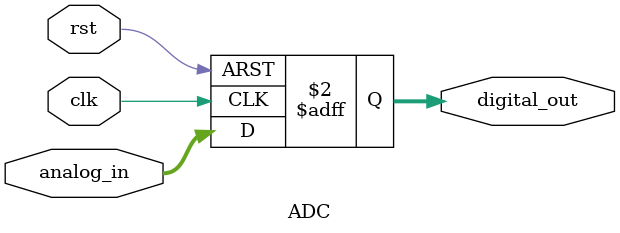
<source format=v>
`timescale 1ns / 1ps


module ADC (
    input clk,
    input rst,
    input [9:0] analog_in,
    output reg [9:0] digital_out
);
    always @(posedge clk or posedge rst) begin
        if (rst) begin
            digital_out <= 0;
        end else begin
            digital_out <= analog_in;  // Simplified ADC model for illustration
        end
    end
endmodule

</source>
